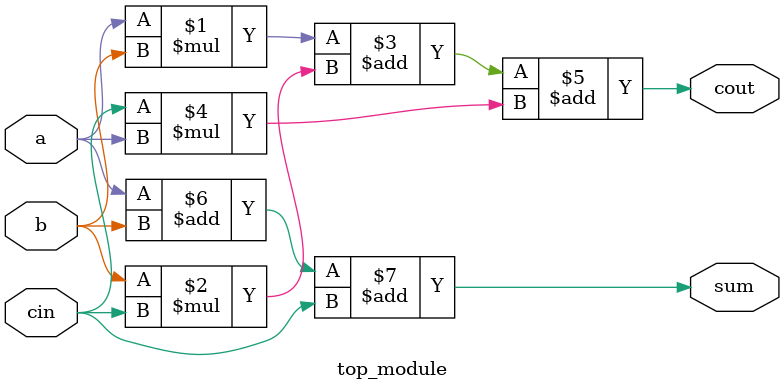
<source format=v>
module top_module( 
    input a, b, cin,
    output cout, sum );
    assign {sum, cout} = {a+b+cin, a*b+b*cin+cin*a};

endmodule

</source>
